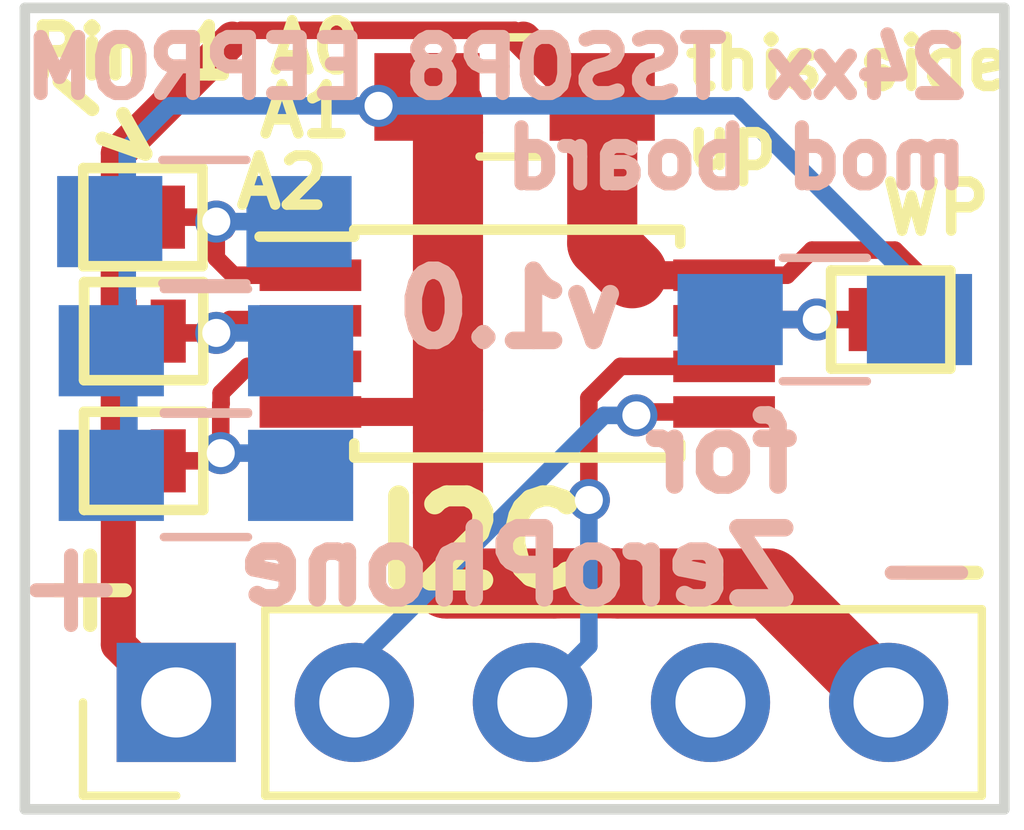
<source format=kicad_pcb>
(kicad_pcb (version 4) (host pcbnew 4.0.7)

  (general
    (links 22)
    (no_connects 0)
    (area 166.929999 110.414999 181.050001 121.995001)
    (thickness 1.6)
    (drawings 15)
    (tracks 103)
    (zones 0)
    (modules 11)
    (nets 9)
  )

  (page A4)
  (layers
    (0 F.Cu signal)
    (31 B.Cu signal)
    (32 B.Adhes user)
    (33 F.Adhes user)
    (34 B.Paste user)
    (35 F.Paste user)
    (36 B.SilkS user)
    (37 F.SilkS user)
    (38 B.Mask user)
    (39 F.Mask user)
    (40 Dwgs.User user)
    (41 Cmts.User user)
    (42 Eco1.User user)
    (43 Eco2.User user)
    (44 Edge.Cuts user)
    (45 Margin user)
    (46 B.CrtYd user)
    (47 F.CrtYd user)
    (48 B.Fab user hide)
    (49 F.Fab user hide)
  )

  (setup
    (last_trace_width 0.25)
    (user_trace_width 0.25)
    (user_trace_width 0.4)
    (user_trace_width 0.5)
    (user_trace_width 0.6)
    (user_trace_width 0.8)
    (user_trace_width 1)
    (trace_clearance 0.2)
    (zone_clearance 0.25)
    (zone_45_only no)
    (trace_min 0.2)
    (segment_width 0.2)
    (edge_width 0.15)
    (via_size 0.6)
    (via_drill 0.4)
    (via_min_size 0.4)
    (via_min_drill 0.3)
    (uvia_size 0.3)
    (uvia_drill 0.1)
    (uvias_allowed no)
    (uvia_min_size 0.2)
    (uvia_min_drill 0.1)
    (pcb_text_width 0.3)
    (pcb_text_size 1.5 1.5)
    (mod_edge_width 0.15)
    (mod_text_size 1 1)
    (mod_text_width 0.15)
    (pad_size 1.524 1.524)
    (pad_drill 0.762)
    (pad_to_mask_clearance 0.2)
    (aux_axis_origin 180.975 110.49)
    (visible_elements 7FFFFF7F)
    (pcbplotparams
      (layerselection 0x010f0_80000001)
      (usegerberextensions true)
      (excludeedgelayer true)
      (linewidth 0.100000)
      (plotframeref false)
      (viasonmask false)
      (mode 1)
      (useauxorigin true)
      (hpglpennumber 1)
      (hpglpenspeed 20)
      (hpglpendiameter 15)
      (hpglpenoverlay 2)
      (psnegative false)
      (psa4output false)
      (plotreference true)
      (plotvalue true)
      (plotinvisibletext false)
      (padsonsilk false)
      (subtractmaskfromsilk false)
      (outputformat 1)
      (mirror false)
      (drillshape 0)
      (scaleselection 1)
      (outputdirectory gerbers/))
  )

  (net 0 "")
  (net 1 VCC)
  (net 2 GND)
  (net 3 SCL)
  (net 4 SDA)
  (net 5 "Net-(J2-Pad1)")
  (net 6 "Net-(J3-Pad1)")
  (net 7 "Net-(J4-Pad1)")
  (net 8 "Net-(J5-Pad2)")

  (net_class Default "This is the default net class."
    (clearance 0.2)
    (trace_width 0.25)
    (via_dia 0.6)
    (via_drill 0.4)
    (uvia_dia 0.3)
    (uvia_drill 0.1)
    (add_net GND)
    (add_net "Net-(J2-Pad1)")
    (add_net "Net-(J3-Pad1)")
    (add_net "Net-(J4-Pad1)")
    (add_net "Net-(J5-Pad2)")
    (add_net SCL)
    (add_net SDA)
    (add_net VCC)
  )

  (module Pin_Headers:Pin_Header_Straight_1x05_Pitch2.54mm (layer F.Cu) (tedit 59A3FC28) (tstamp 5960AD8A)
    (at 169.164 120.396 90)
    (descr "Through hole straight pin header, 1x05, 2.54mm pitch, single row")
    (tags "Through hole pin header THT 1x05 2.54mm single row")
    (path /5960AD02)
    (fp_text reference J1 (at 0 -2.33 90) (layer F.SilkS) hide
      (effects (font (size 1 1) (thickness 0.15)))
    )
    (fp_text value EXPANSION_BOTTOM (at 0 12.49 90) (layer F.Fab) hide
      (effects (font (size 1 1) (thickness 0.15)))
    )
    (fp_line (start -1.27 -1.27) (end -1.27 11.43) (layer F.Fab) (width 0.1))
    (fp_line (start -1.27 11.43) (end 1.27 11.43) (layer F.Fab) (width 0.1))
    (fp_line (start 1.27 11.43) (end 1.27 -1.27) (layer F.Fab) (width 0.1))
    (fp_line (start 1.27 -1.27) (end -1.27 -1.27) (layer F.Fab) (width 0.1))
    (fp_line (start -1.33 1.27) (end -1.33 11.49) (layer F.SilkS) (width 0.12))
    (fp_line (start -1.33 11.49) (end 1.33 11.49) (layer F.SilkS) (width 0.12))
    (fp_line (start 1.33 11.49) (end 1.33 1.27) (layer F.SilkS) (width 0.12))
    (fp_line (start 1.33 1.27) (end -1.33 1.27) (layer F.SilkS) (width 0.12))
    (fp_line (start -1.33 0) (end -1.33 -1.33) (layer F.SilkS) (width 0.12))
    (fp_line (start -1.33 -1.33) (end 0 -1.33) (layer F.SilkS) (width 0.12))
    (fp_line (start -1.8 -1.8) (end -1.8 11.95) (layer F.CrtYd) (width 0.05))
    (fp_line (start -1.8 11.95) (end 1.8 11.95) (layer F.CrtYd) (width 0.05))
    (fp_line (start 1.8 11.95) (end 1.8 -1.8) (layer F.CrtYd) (width 0.05))
    (fp_line (start 1.8 -1.8) (end -1.8 -1.8) (layer F.CrtYd) (width 0.05))
    (fp_text user %R (at 0 -2.33 90) (layer F.Fab) hide
      (effects (font (size 1 1) (thickness 0.15)))
    )
    (pad 1 thru_hole rect (at 0 0 90) (size 1.7 1.7) (drill 1) (layers *.Cu *.Mask)
      (net 1 VCC))
    (pad 2 thru_hole oval (at 0 2.54 90) (size 1.7 1.7) (drill 1) (layers *.Cu *.Mask)
      (net 4 SDA))
    (pad 3 thru_hole oval (at 0 5.08 90) (size 1.7 1.7) (drill 1) (layers *.Cu *.Mask)
      (net 3 SCL))
    (pad 4 thru_hole oval (at 0 7.62 90) (size 1.7 1.7) (drill 1) (layers *.Cu *.Mask))
    (pad 5 thru_hole oval (at 0 10.16 90) (size 1.7 1.7) (drill 1) (layers *.Cu *.Mask)
      (net 2 GND))
  )

  (module footprints:GS2_SMALL (layer F.Cu) (tedit 59A3F801) (tstamp 59A3F75D)
    (at 168.3385 113.4745 270)
    (descr "3-pin solder bridge")
    (tags "solder bridge")
    (path /59A3F384)
    (attr smd)
    (fp_text reference J2 (at -1.8 -0.3 540) (layer F.SilkS) hide
      (effects (font (size 1 1) (thickness 0.15)))
    )
    (fp_text value A0 (at -2.4245 -2.8115 360) (layer F.SilkS)
      (effects (font (size 0.7 0.7) (thickness 0.15)))
    )
    (fp_line (start -1 -1.5) (end -1 0.8) (layer F.CrtYd) (width 0.15))
    (fp_line (start 1 0.8) (end 1 -1.5) (layer F.CrtYd) (width 0.15))
    (fp_line (start 1 0.8) (end -1 0.8) (layer F.CrtYd) (width 0.15))
    (fp_line (start 0.7 0.5) (end 0.7 -1.2) (layer F.SilkS) (width 0.15))
    (fp_line (start -0.7 0.5) (end 0.7 0.5) (layer F.SilkS) (width 0.15))
    (fp_line (start -0.7 -1.2) (end -0.7 0.5) (layer F.SilkS) (width 0.15))
    (fp_line (start -0.7 0.5) (end 0.7 0.5) (layer F.SilkS) (width 0.15))
    (fp_line (start -1 -1.5) (end 1 -1.5) (layer F.CrtYd) (width 0.15))
    (fp_line (start -0.7 -1.2) (end 0.7 -1.2) (layer F.SilkS) (width 0.15))
    (pad 1 smd rect (at 0 -0.7 270) (size 0.9 0.5) (layers F.Cu F.Paste F.Mask)
      (net 5 "Net-(J2-Pad1)"))
    (pad 2 smd rect (at 0 0 270) (size 0.9 0.5) (layers F.Cu F.Paste F.Mask)
      (net 1 VCC))
  )

  (module footprints:GS2_SMALL (layer F.Cu) (tedit 59A3F807) (tstamp 59A3F763)
    (at 168.35 115.1 270)
    (descr "3-pin solder bridge")
    (tags "solder bridge")
    (path /59A3F449)
    (attr smd)
    (fp_text reference J3 (at -1.8 -0.3 360) (layer F.SilkS) hide
      (effects (font (size 1 1) (thickness 0.15)))
    )
    (fp_text value A1 (at -3.1368 -2.6555 360) (layer F.SilkS)
      (effects (font (size 0.7 0.7) (thickness 0.15)))
    )
    (fp_line (start -1 -1.5) (end -1 0.8) (layer F.CrtYd) (width 0.15))
    (fp_line (start 1 0.8) (end 1 -1.5) (layer F.CrtYd) (width 0.15))
    (fp_line (start 1 0.8) (end -1 0.8) (layer F.CrtYd) (width 0.15))
    (fp_line (start 0.7 0.5) (end 0.7 -1.2) (layer F.SilkS) (width 0.15))
    (fp_line (start -0.7 0.5) (end 0.7 0.5) (layer F.SilkS) (width 0.15))
    (fp_line (start -0.7 -1.2) (end -0.7 0.5) (layer F.SilkS) (width 0.15))
    (fp_line (start -0.7 0.5) (end 0.7 0.5) (layer F.SilkS) (width 0.15))
    (fp_line (start -1 -1.5) (end 1 -1.5) (layer F.CrtYd) (width 0.15))
    (fp_line (start -0.7 -1.2) (end 0.7 -1.2) (layer F.SilkS) (width 0.15))
    (pad 1 smd rect (at 0 -0.7 270) (size 0.9 0.5) (layers F.Cu F.Paste F.Mask)
      (net 6 "Net-(J3-Pad1)"))
    (pad 2 smd rect (at 0 0 270) (size 0.9 0.5) (layers F.Cu F.Paste F.Mask)
      (net 1 VCC))
  )

  (module footprints:GS2_SMALL (layer F.Cu) (tedit 59A3F7F4) (tstamp 59A3F769)
    (at 168.35 116.95 270)
    (descr "3-pin solder bridge")
    (tags "solder bridge")
    (path /59A3F46E)
    (attr smd)
    (fp_text reference J4 (at -1.8 -0.3 360) (layer F.SilkS) hide
      (effects (font (size 1 1) (thickness 0.15)))
    )
    (fp_text value A2 (at -3.9708 -2.3253 360) (layer F.SilkS)
      (effects (font (size 0.7 0.7) (thickness 0.15)))
    )
    (fp_line (start -1 -1.5) (end -1 0.8) (layer F.CrtYd) (width 0.15))
    (fp_line (start 1 0.8) (end 1 -1.5) (layer F.CrtYd) (width 0.15))
    (fp_line (start 1 0.8) (end -1 0.8) (layer F.CrtYd) (width 0.15))
    (fp_line (start 0.7 0.5) (end 0.7 -1.2) (layer F.SilkS) (width 0.15))
    (fp_line (start -0.7 0.5) (end 0.7 0.5) (layer F.SilkS) (width 0.15))
    (fp_line (start -0.7 -1.2) (end -0.7 0.5) (layer F.SilkS) (width 0.15))
    (fp_line (start -0.7 0.5) (end 0.7 0.5) (layer F.SilkS) (width 0.15))
    (fp_line (start -1 -1.5) (end 1 -1.5) (layer F.CrtYd) (width 0.15))
    (fp_line (start -0.7 -1.2) (end 0.7 -1.2) (layer F.SilkS) (width 0.15))
    (pad 1 smd rect (at 0 -0.7 270) (size 0.9 0.5) (layers F.Cu F.Paste F.Mask)
      (net 7 "Net-(J4-Pad1)"))
    (pad 2 smd rect (at 0 0 270) (size 0.9 0.5) (layers F.Cu F.Paste F.Mask)
      (net 1 VCC))
  )

  (module footprints:GS2_SMALL (layer F.Cu) (tedit 59A3F8EE) (tstamp 59A3F76F)
    (at 179.005 114.935 270)
    (descr "3-pin solder bridge")
    (tags "solder bridge")
    (path /59A3F89C)
    (attr smd)
    (fp_text reference J5 (at -1.8 -0.3 540) (layer F.SilkS) hide
      (effects (font (size 1 1) (thickness 0.15)))
    )
    (fp_text value WP (at -1.585 -0.995 540) (layer F.SilkS)
      (effects (font (size 0.7 0.7) (thickness 0.15)))
    )
    (fp_line (start -1 -1.5) (end -1 0.8) (layer F.CrtYd) (width 0.15))
    (fp_line (start 1 0.8) (end 1 -1.5) (layer F.CrtYd) (width 0.15))
    (fp_line (start 1 0.8) (end -1 0.8) (layer F.CrtYd) (width 0.15))
    (fp_line (start 0.7 0.5) (end 0.7 -1.2) (layer F.SilkS) (width 0.15))
    (fp_line (start -0.7 0.5) (end 0.7 0.5) (layer F.SilkS) (width 0.15))
    (fp_line (start -0.7 -1.2) (end -0.7 0.5) (layer F.SilkS) (width 0.15))
    (fp_line (start -0.7 0.5) (end 0.7 0.5) (layer F.SilkS) (width 0.15))
    (fp_line (start -1 -1.5) (end 1 -1.5) (layer F.CrtYd) (width 0.15))
    (fp_line (start -0.7 -1.2) (end 0.7 -1.2) (layer F.SilkS) (width 0.15))
    (pad 1 smd rect (at 0 -0.7 270) (size 0.9 0.5) (layers F.Cu F.Paste F.Mask)
      (net 1 VCC))
    (pad 2 smd rect (at 0 0 270) (size 0.9 0.5) (layers F.Cu F.Paste F.Mask)
      (net 8 "Net-(J5-Pad2)"))
  )

  (module Capacitors_SMD:C_0805_HandSoldering (layer F.Cu) (tedit 5C436F1A) (tstamp 5C436EE2)
    (at 173.99 111.76 180)
    (descr "Capacitor SMD 0805, hand soldering")
    (tags "capacitor 0805")
    (path /5960AC6C)
    (attr smd)
    (fp_text reference C1 (at 0 -1.75 180) (layer F.SilkS) hide
      (effects (font (size 1 1) (thickness 0.15)))
    )
    (fp_text value C (at 0 1.75 180) (layer F.Fab)
      (effects (font (size 1 1) (thickness 0.15)))
    )
    (fp_text user %R (at 0 -1.75 180) (layer F.Fab)
      (effects (font (size 1 1) (thickness 0.15)))
    )
    (fp_line (start -1 0.62) (end -1 -0.62) (layer F.Fab) (width 0.1))
    (fp_line (start 1 0.62) (end -1 0.62) (layer F.Fab) (width 0.1))
    (fp_line (start 1 -0.62) (end 1 0.62) (layer F.Fab) (width 0.1))
    (fp_line (start -1 -0.62) (end 1 -0.62) (layer F.Fab) (width 0.1))
    (fp_line (start 0.5 -0.85) (end -0.5 -0.85) (layer F.SilkS) (width 0.12))
    (fp_line (start -0.5 0.85) (end 0.5 0.85) (layer F.SilkS) (width 0.12))
    (fp_line (start -2.25 -0.88) (end 2.25 -0.88) (layer F.CrtYd) (width 0.05))
    (fp_line (start -2.25 -0.88) (end -2.25 0.87) (layer F.CrtYd) (width 0.05))
    (fp_line (start 2.25 0.87) (end 2.25 -0.88) (layer F.CrtYd) (width 0.05))
    (fp_line (start 2.25 0.87) (end -2.25 0.87) (layer F.CrtYd) (width 0.05))
    (pad 1 smd rect (at -1.25 0 180) (size 1.5 1.25) (layers F.Cu F.Paste F.Mask)
      (net 1 VCC))
    (pad 2 smd rect (at 1.25 0 180) (size 1.5 1.25) (layers F.Cu F.Paste F.Mask)
      (net 2 GND))
    (model Capacitors_SMD.3dshapes/C_0805.wrl
      (at (xyz 0 0 0))
      (scale (xyz 1 1 1))
      (rotate (xyz 0 0 0))
    )
  )

  (module Resistors_SMD:R_0805_HandSoldering (layer B.Cu) (tedit 5C436F2D) (tstamp 5C436EE7)
    (at 169.588 117.1575 180)
    (descr "Resistor SMD 0805, hand soldering")
    (tags "resistor 0805")
    (path /59A3F508)
    (attr smd)
    (fp_text reference R1 (at 0 1.7 180) (layer B.SilkS) hide
      (effects (font (size 1 1) (thickness 0.15)) (justify mirror))
    )
    (fp_text value 10K (at 0 -1.75 180) (layer B.Fab)
      (effects (font (size 1 1) (thickness 0.15)) (justify mirror))
    )
    (fp_text user %R (at 0 0 180) (layer B.Fab)
      (effects (font (size 0.5 0.5) (thickness 0.075)) (justify mirror))
    )
    (fp_line (start -1 -0.62) (end -1 0.62) (layer B.Fab) (width 0.1))
    (fp_line (start 1 -0.62) (end -1 -0.62) (layer B.Fab) (width 0.1))
    (fp_line (start 1 0.62) (end 1 -0.62) (layer B.Fab) (width 0.1))
    (fp_line (start -1 0.62) (end 1 0.62) (layer B.Fab) (width 0.1))
    (fp_line (start 0.6 -0.88) (end -0.6 -0.88) (layer B.SilkS) (width 0.12))
    (fp_line (start -0.6 0.88) (end 0.6 0.88) (layer B.SilkS) (width 0.12))
    (fp_line (start -2.35 0.9) (end 2.35 0.9) (layer B.CrtYd) (width 0.05))
    (fp_line (start -2.35 0.9) (end -2.35 -0.9) (layer B.CrtYd) (width 0.05))
    (fp_line (start 2.35 -0.9) (end 2.35 0.9) (layer B.CrtYd) (width 0.05))
    (fp_line (start 2.35 -0.9) (end -2.35 -0.9) (layer B.CrtYd) (width 0.05))
    (pad 1 smd rect (at -1.35 0 180) (size 1.5 1.3) (layers B.Cu B.Paste B.Mask)
      (net 7 "Net-(J4-Pad1)"))
    (pad 2 smd rect (at 1.35 0 180) (size 1.5 1.3) (layers B.Cu B.Paste B.Mask)
      (net 2 GND))
    (model ${KISYS3DMOD}/Resistors_SMD.3dshapes/R_0805.wrl
      (at (xyz 0 0 0))
      (scale (xyz 1 1 1))
      (rotate (xyz 0 0 0))
    )
  )

  (module Resistors_SMD:R_0805_HandSoldering (layer B.Cu) (tedit 5C436F29) (tstamp 5C436EEC)
    (at 169.588 115.3795 180)
    (descr "Resistor SMD 0805, hand soldering")
    (tags "resistor 0805")
    (path /59A3F5E4)
    (attr smd)
    (fp_text reference R2 (at 0 1.7 180) (layer B.SilkS) hide
      (effects (font (size 1 1) (thickness 0.15)) (justify mirror))
    )
    (fp_text value 10K (at 0 -1.75 180) (layer B.Fab)
      (effects (font (size 1 1) (thickness 0.15)) (justify mirror))
    )
    (fp_text user %R (at 0 0 180) (layer B.Fab)
      (effects (font (size 0.5 0.5) (thickness 0.075)) (justify mirror))
    )
    (fp_line (start -1 -0.62) (end -1 0.62) (layer B.Fab) (width 0.1))
    (fp_line (start 1 -0.62) (end -1 -0.62) (layer B.Fab) (width 0.1))
    (fp_line (start 1 0.62) (end 1 -0.62) (layer B.Fab) (width 0.1))
    (fp_line (start -1 0.62) (end 1 0.62) (layer B.Fab) (width 0.1))
    (fp_line (start 0.6 -0.88) (end -0.6 -0.88) (layer B.SilkS) (width 0.12))
    (fp_line (start -0.6 0.88) (end 0.6 0.88) (layer B.SilkS) (width 0.12))
    (fp_line (start -2.35 0.9) (end 2.35 0.9) (layer B.CrtYd) (width 0.05))
    (fp_line (start -2.35 0.9) (end -2.35 -0.9) (layer B.CrtYd) (width 0.05))
    (fp_line (start 2.35 -0.9) (end 2.35 0.9) (layer B.CrtYd) (width 0.05))
    (fp_line (start 2.35 -0.9) (end -2.35 -0.9) (layer B.CrtYd) (width 0.05))
    (pad 1 smd rect (at -1.35 0 180) (size 1.5 1.3) (layers B.Cu B.Paste B.Mask)
      (net 6 "Net-(J3-Pad1)"))
    (pad 2 smd rect (at 1.35 0 180) (size 1.5 1.3) (layers B.Cu B.Paste B.Mask)
      (net 2 GND))
    (model ${KISYS3DMOD}/Resistors_SMD.3dshapes/R_0805.wrl
      (at (xyz 0 0 0))
      (scale (xyz 1 1 1))
      (rotate (xyz 0 0 0))
    )
  )

  (module Resistors_SMD:R_0805_HandSoldering (layer B.Cu) (tedit 5C436F1F) (tstamp 5C436EF1)
    (at 169.5655 113.538 180)
    (descr "Resistor SMD 0805, hand soldering")
    (tags "resistor 0805")
    (path /59A3F5B0)
    (attr smd)
    (fp_text reference R3 (at 0 1.7 180) (layer B.SilkS) hide
      (effects (font (size 1 1) (thickness 0.15)) (justify mirror))
    )
    (fp_text value 10K (at 0 -1.75 180) (layer B.Fab)
      (effects (font (size 1 1) (thickness 0.15)) (justify mirror))
    )
    (fp_text user %R (at 0 0 180) (layer B.Fab)
      (effects (font (size 0.5 0.5) (thickness 0.075)) (justify mirror))
    )
    (fp_line (start -1 -0.62) (end -1 0.62) (layer B.Fab) (width 0.1))
    (fp_line (start 1 -0.62) (end -1 -0.62) (layer B.Fab) (width 0.1))
    (fp_line (start 1 0.62) (end 1 -0.62) (layer B.Fab) (width 0.1))
    (fp_line (start -1 0.62) (end 1 0.62) (layer B.Fab) (width 0.1))
    (fp_line (start 0.6 -0.88) (end -0.6 -0.88) (layer B.SilkS) (width 0.12))
    (fp_line (start -0.6 0.88) (end 0.6 0.88) (layer B.SilkS) (width 0.12))
    (fp_line (start -2.35 0.9) (end 2.35 0.9) (layer B.CrtYd) (width 0.05))
    (fp_line (start -2.35 0.9) (end -2.35 -0.9) (layer B.CrtYd) (width 0.05))
    (fp_line (start 2.35 -0.9) (end 2.35 0.9) (layer B.CrtYd) (width 0.05))
    (fp_line (start 2.35 -0.9) (end -2.35 -0.9) (layer B.CrtYd) (width 0.05))
    (pad 1 smd rect (at -1.35 0 180) (size 1.5 1.3) (layers B.Cu B.Paste B.Mask)
      (net 5 "Net-(J2-Pad1)"))
    (pad 2 smd rect (at 1.35 0 180) (size 1.5 1.3) (layers B.Cu B.Paste B.Mask)
      (net 2 GND))
    (model ${KISYS3DMOD}/Resistors_SMD.3dshapes/R_0805.wrl
      (at (xyz 0 0 0))
      (scale (xyz 1 1 1))
      (rotate (xyz 0 0 0))
    )
  )

  (module Resistors_SMD:R_0805_HandSoldering (layer B.Cu) (tedit 5C436F23) (tstamp 5C436EF6)
    (at 178.4145 114.935)
    (descr "Resistor SMD 0805, hand soldering")
    (tags "resistor 0805")
    (path /59A3FB80)
    (attr smd)
    (fp_text reference R4 (at 0 1.7) (layer B.SilkS) hide
      (effects (font (size 1 1) (thickness 0.15)) (justify mirror))
    )
    (fp_text value 10K (at 0 -1.75) (layer B.Fab) hide
      (effects (font (size 1 1) (thickness 0.15)) (justify mirror))
    )
    (fp_text user %R (at 0 0) (layer B.Fab)
      (effects (font (size 0.5 0.5) (thickness 0.075)) (justify mirror))
    )
    (fp_line (start -1 -0.62) (end -1 0.62) (layer B.Fab) (width 0.1))
    (fp_line (start 1 -0.62) (end -1 -0.62) (layer B.Fab) (width 0.1))
    (fp_line (start 1 0.62) (end 1 -0.62) (layer B.Fab) (width 0.1))
    (fp_line (start -1 0.62) (end 1 0.62) (layer B.Fab) (width 0.1))
    (fp_line (start 0.6 -0.88) (end -0.6 -0.88) (layer B.SilkS) (width 0.12))
    (fp_line (start -0.6 0.88) (end 0.6 0.88) (layer B.SilkS) (width 0.12))
    (fp_line (start -2.35 0.9) (end 2.35 0.9) (layer B.CrtYd) (width 0.05))
    (fp_line (start -2.35 0.9) (end -2.35 -0.9) (layer B.CrtYd) (width 0.05))
    (fp_line (start 2.35 -0.9) (end 2.35 0.9) (layer B.CrtYd) (width 0.05))
    (fp_line (start 2.35 -0.9) (end -2.35 -0.9) (layer B.CrtYd) (width 0.05))
    (pad 1 smd rect (at -1.35 0) (size 1.5 1.3) (layers B.Cu B.Paste B.Mask)
      (net 8 "Net-(J5-Pad2)"))
    (pad 2 smd rect (at 1.35 0) (size 1.5 1.3) (layers B.Cu B.Paste B.Mask)
      (net 2 GND))
    (model ${KISYS3DMOD}/Resistors_SMD.3dshapes/R_0805.wrl
      (at (xyz 0 0 0))
      (scale (xyz 1 1 1))
      (rotate (xyz 0 0 0))
    )
  )

  (module Housings_SSOP:TSSOP-8_4.4x3mm_Pitch0.65mm (layer F.Cu) (tedit 5C4373F0) (tstamp 5C4372AE)
    (at 174.0281 115.2779)
    (descr "8-Lead Plastic Thin Shrink Small Outline (ST)-4.4 mm Body [TSSOP] (see Microchip Packaging Specification 00000049BS.pdf)")
    (tags "SSOP 0.65")
    (path /59A3F2DA)
    (attr smd)
    (fp_text reference U1 (at 0 -2.55 90) (layer F.SilkS) hide
      (effects (font (size 1 1) (thickness 0.15)))
    )
    (fp_text value 24LC00 (at 0 2.55) (layer F.Fab)
      (effects (font (size 1 1) (thickness 0.15)))
    )
    (fp_line (start -1.2 -1.5) (end 2.2 -1.5) (layer F.Fab) (width 0.15))
    (fp_line (start 2.2 -1.5) (end 2.2 1.5) (layer F.Fab) (width 0.15))
    (fp_line (start 2.2 1.5) (end -2.2 1.5) (layer F.Fab) (width 0.15))
    (fp_line (start -2.2 1.5) (end -2.2 -0.5) (layer F.Fab) (width 0.15))
    (fp_line (start -2.2 -0.5) (end -1.2 -1.5) (layer F.Fab) (width 0.15))
    (fp_line (start -3.95 -1.8) (end -3.95 1.8) (layer F.CrtYd) (width 0.05))
    (fp_line (start 3.95 -1.8) (end 3.95 1.8) (layer F.CrtYd) (width 0.05))
    (fp_line (start -3.95 -1.8) (end 3.95 -1.8) (layer F.CrtYd) (width 0.05))
    (fp_line (start -3.95 1.8) (end 3.95 1.8) (layer F.CrtYd) (width 0.05))
    (fp_line (start -2.325 -1.625) (end -2.325 -1.525) (layer F.SilkS) (width 0.15))
    (fp_line (start 2.325 -1.625) (end 2.325 -1.425) (layer F.SilkS) (width 0.15))
    (fp_line (start 2.325 1.625) (end 2.325 1.425) (layer F.SilkS) (width 0.15))
    (fp_line (start -2.325 1.625) (end -2.325 1.425) (layer F.SilkS) (width 0.15))
    (fp_line (start -2.325 -1.625) (end 2.325 -1.625) (layer F.SilkS) (width 0.15))
    (fp_line (start -2.325 1.625) (end 2.325 1.625) (layer F.SilkS) (width 0.15))
    (fp_line (start -2.325 -1.525) (end -3.675 -1.525) (layer F.SilkS) (width 0.15))
    (fp_text user %R (at 0 0) (layer F.Fab)
      (effects (font (size 0.7 0.7) (thickness 0.15)))
    )
    (pad 1 smd rect (at -2.95 -0.975) (size 1.45 0.45) (layers F.Cu F.Paste F.Mask)
      (net 5 "Net-(J2-Pad1)"))
    (pad 2 smd rect (at -2.95 -0.325) (size 1.45 0.45) (layers F.Cu F.Paste F.Mask)
      (net 6 "Net-(J3-Pad1)"))
    (pad 3 smd rect (at -2.95 0.325) (size 1.45 0.45) (layers F.Cu F.Paste F.Mask)
      (net 7 "Net-(J4-Pad1)"))
    (pad 4 smd rect (at -2.95 0.975) (size 1.45 0.45) (layers F.Cu F.Paste F.Mask)
      (net 2 GND))
    (pad 5 smd rect (at 2.95 0.975) (size 1.45 0.45) (layers F.Cu F.Paste F.Mask)
      (net 4 SDA))
    (pad 6 smd rect (at 2.95 0.325) (size 1.45 0.45) (layers F.Cu F.Paste F.Mask)
      (net 3 SCL))
    (pad 7 smd rect (at 2.95 -0.325) (size 1.45 0.45) (layers F.Cu F.Paste F.Mask)
      (net 8 "Net-(J5-Pad2)"))
    (pad 8 smd rect (at 2.95 -0.975) (size 1.45 0.45) (layers F.Cu F.Paste F.Mask)
      (net 1 VCC))
    (model ${KISYS3DMOD}/Housings_SSOP.3dshapes/TSSOP-8_4.4x3mm_Pitch0.65mm.wrl
      (at (xyz 0 0 0))
      (scale (xyz 1 1 1))
      (rotate (xyz 0 0 0))
    )
  )

  (gr_text + (at 168.6 118.7) (layer B.SilkS) (tstamp 5C436FDE)
    (effects (font (size 1.3 1.3) (thickness 0.2)) (justify left mirror))
  )
  (gr_text - (at 180.8 118.45) (layer B.SilkS) (tstamp 5C436FD0)
    (effects (font (size 1.3 1.3) (thickness 0.2)) (justify left mirror))
  )
  (gr_text - (at 179.15 118.45) (layer F.SilkS) (tstamp 5C436FC2)
    (effects (font (size 1.3 1.3) (thickness 0.2)) (justify left))
  )
  (gr_text + (at 167 118.7) (layer F.SilkS) (tstamp 5C436FA9)
    (effects (font (size 1.3 1.3) (thickness 0.2)) (justify left))
  )
  (gr_text "this side\nup" (at 176.35 111.85) (layer F.SilkS)
    (effects (font (size 0.7 0.7) (thickness 0.15)) (justify left))
  )
  (gr_text I2C (at 173.5074 118.11) (layer F.SilkS)
    (effects (font (size 1.2 1.2) (thickness 0.3)))
  )
  (gr_text -> (at 168.148 112.014 320) (layer F.SilkS)
    (effects (font (size 0.8 0.8) (thickness 0.2)))
  )
  (gr_text "Pin 1" (at 168.529 111.125) (layer F.SilkS)
    (effects (font (size 0.7 0.7) (thickness 0.175)))
  )
  (gr_text v1.0 (at 173.9265 114.7826) (layer B.SilkS)
    (effects (font (size 1 1) (thickness 0.25)) (justify mirror))
  )
  (gr_text "for\nZeroPhone" (at 178.15 117.65) (layer B.SilkS)
    (effects (font (size 1 1) (thickness 0.25)) (justify left mirror))
  )
  (gr_text "24xx TSSOP8 EEPROM\nmod board" (at 180.5432 111.9886) (layer B.SilkS)
    (effects (font (size 0.8 0.8) (thickness 0.2)) (justify left mirror))
  )
  (gr_line (start 180.975 121.92) (end 167.005 121.92) (layer Edge.Cuts) (width 0.15))
  (gr_line (start 180.975 110.49) (end 180.975 121.92) (layer Edge.Cuts) (width 0.15))
  (gr_line (start 167.005 110.49) (end 180.975 110.49) (layer Edge.Cuts) (width 0.15))
  (gr_line (start 167.005 121.92) (end 167.005 110.49) (layer Edge.Cuts) (width 0.15))

  (segment (start 179.4129 113.9444) (end 179.705 114.2365) (width 0.25) (layer F.Cu) (net 1))
  (segment (start 179.705 114.2365) (end 179.705 114.935) (width 0.25) (layer F.Cu) (net 1))
  (segment (start 178.2318 113.9444) (end 179.4129 113.9444) (width 0.25) (layer F.Cu) (net 1))
  (segment (start 177.8733 114.3029) (end 178.2318 113.9444) (width 0.25) (layer F.Cu) (net 1))
  (segment (start 176.9781 114.3029) (end 177.8733 114.3029) (width 0.25) (layer F.Cu) (net 1))
  (segment (start 176.9781 114.3029) (end 177.5431 114.3029) (width 0.25) (layer F.Cu) (net 1))
  (segment (start 175.6664 114.2746) (end 175.6947 114.3029) (width 0.4) (layer F.Cu) (net 1))
  (segment (start 175.6947 114.3029) (end 176.9781 114.3029) (width 0.4) (layer F.Cu) (net 1))
  (segment (start 175.24 113.8482) (end 175.6664 114.2746) (width 1) (layer F.Cu) (net 1))
  (segment (start 175.24 111.76) (end 175.24 113.8482) (width 1) (layer F.Cu) (net 1))
  (segment (start 168.35 116.95) (end 168.35 117.4635) (width 0.25) (layer F.Cu) (net 1))
  (segment (start 168.35 117.4635) (end 168.3385 117.475) (width 0.25) (layer F.Cu) (net 1))
  (segment (start 169.965001 110.934999) (end 170.090001 110.809999) (width 0.25) (layer F.Cu) (net 1))
  (segment (start 170.090001 110.809999) (end 173.989999 110.809999) (width 0.25) (layer F.Cu) (net 1))
  (segment (start 173.989999 110.809999) (end 174.114999 110.934999) (width 0.25) (layer F.Cu) (net 1))
  (segment (start 168.3385 115.443) (end 168.3385 117.475) (width 0.5) (layer F.Cu) (net 1))
  (segment (start 168.3385 113.4745) (end 168.3385 115.443) (width 0.5) (layer F.Cu) (net 1))
  (segment (start 168.3385 113.4745) (end 168.3385 112.5615) (width 0.5) (layer F.Cu) (net 1))
  (segment (start 168.3385 112.5615) (end 169.965001 110.934999) (width 0.5) (layer F.Cu) (net 1))
  (segment (start 174.114999 110.934999) (end 174.94 111.76) (width 0.5) (layer F.Cu) (net 1))
  (segment (start 168.404482 115.508982) (end 168.3385 115.443) (width 0.25) (layer F.Cu) (net 1))
  (segment (start 168.3385 117.475) (end 168.3385 119.5705) (width 0.5) (layer F.Cu) (net 1))
  (segment (start 168.3385 119.5705) (end 169.164 120.396) (width 0.5) (layer F.Cu) (net 1))
  (segment (start 168.3385 113.4745) (end 168.3385 117.475) (width 0.5) (layer F.Cu) (net 1))
  (segment (start 174.91 111.76) (end 174.91 111.754998) (width 0.6) (layer F.Cu) (net 1))
  (segment (start 174.94 111.76) (end 174.91 111.76) (width 0.6) (layer F.Cu) (net 1))
  (segment (start 174.715 111.506) (end 174.94 111.506) (width 0.25) (layer F.Cu) (net 1))
  (segment (start 168.488 116.2304) (end 168.488 117.1575) (width 0.25) (layer B.Cu) (net 2))
  (segment (start 168.488 115.3795) (end 168.488 116.2304) (width 0.25) (layer B.Cu) (net 2))
  (segment (start 168.488 116.2304) (end 168.488 116.9075) (width 0.25) (layer B.Cu) (net 2))
  (segment (start 168.488 116.9075) (end 168.238 117.1575) (width 0.25) (layer B.Cu) (net 2))
  (segment (start 168.4655 114.6302) (end 168.4655 115.357) (width 0.25) (layer B.Cu) (net 2))
  (segment (start 168.4655 112.494409) (end 168.4655 114.6302) (width 0.25) (layer B.Cu) (net 2))
  (segment (start 168.4655 114.6302) (end 168.4655 115.152) (width 0.25) (layer B.Cu) (net 2))
  (segment (start 168.4655 115.152) (end 168.238 115.3795) (width 0.25) (layer B.Cu) (net 2))
  (segment (start 168.4655 112.494409) (end 168.4655 113.288) (width 0.25) (layer B.Cu) (net 2))
  (segment (start 168.4655 113.288) (end 168.2155 113.538) (width 0.25) (layer B.Cu) (net 2))
  (segment (start 173.05 111.887) (end 169.072909 111.887) (width 0.25) (layer B.Cu) (net 2))
  (segment (start 169.072909 111.887) (end 168.4655 112.494409) (width 0.25) (layer B.Cu) (net 2))
  (segment (start 168.4655 115.357) (end 168.488 115.3795) (width 0.25) (layer B.Cu) (net 2))
  (segment (start 171.0781 116.2529) (end 173.017963 116.2529) (width 0.4) (layer F.Cu) (net 2))
  (segment (start 173.017963 116.2529) (end 173.04 116.230863) (width 0.4) (layer F.Cu) (net 2))
  (segment (start 172.05 111.887) (end 172.613 111.887) (width 0.25) (layer F.Cu) (net 2))
  (segment (start 172.613 111.887) (end 172.74 111.76) (width 0.25) (layer F.Cu) (net 2))
  (segment (start 173.04 116.230863) (end 173.04 117.4) (width 1) (layer F.Cu) (net 2))
  (segment (start 177.628 118.7) (end 179.324 120.396) (width 1) (layer F.Cu) (net 2))
  (segment (start 177.1665 111.887) (end 173.05 111.887) (width 0.25) (layer B.Cu) (net 2))
  (segment (start 173.05 111.887) (end 172.05 111.887) (width 0.25) (layer B.Cu) (net 2))
  (via (at 172.05 111.887) (size 0.6) (drill 0.4) (layers F.Cu B.Cu) (net 2))
  (segment (start 173.04 112.268) (end 173.04 111.885009) (width 1) (layer F.Cu) (net 2))
  (segment (start 173.04 116.230863) (end 173.04 112.268) (width 1) (layer F.Cu) (net 2))
  (segment (start 179.5145 114.935) (end 179.5145 114.235) (width 0.25) (layer B.Cu) (net 2))
  (segment (start 179.5145 114.235) (end 177.1665 111.887) (width 0.25) (layer B.Cu) (net 2))
  (segment (start 173.04 117.4) (end 173.04 118.680863) (width 1) (layer F.Cu) (net 2))
  (segment (start 173.04 118.680863) (end 173.020863 118.7) (width 1) (layer F.Cu) (net 2))
  (segment (start 173.020863 118.7) (end 174.561695 118.7) (width 1) (layer F.Cu) (net 2))
  (segment (start 174.561695 118.7) (end 174.564575 118.69712) (width 1) (layer F.Cu) (net 2))
  (segment (start 174.564575 118.69712) (end 175.45134 118.69712) (width 1) (layer F.Cu) (net 2))
  (segment (start 175.45134 118.69712) (end 175.45422 118.7) (width 1) (layer F.Cu) (net 2))
  (segment (start 175.45422 118.7) (end 177.628 118.7) (width 1) (layer F.Cu) (net 2))
  (segment (start 176.9781 115.6029) (end 175.500718 115.6029) (width 0.25) (layer F.Cu) (net 3))
  (segment (start 175.500718 115.6029) (end 175.049308 116.05431) (width 0.25) (layer F.Cu) (net 3))
  (segment (start 175.049308 116.05431) (end 175.049308 117.508893) (width 0.25) (layer F.Cu) (net 3))
  (segment (start 175.049308 117.353771) (end 175.049308 117.508893) (width 0.25) (layer F.Cu) (net 3))
  (segment (start 175.049308 119.590692) (end 175.049308 117.508893) (width 0.25) (layer B.Cu) (net 3))
  (via (at 175.049308 117.508893) (size 0.6) (drill 0.4) (layers F.Cu B.Cu) (net 3))
  (segment (start 174.244 120.396) (end 175.049308 119.590692) (width 0.25) (layer B.Cu) (net 3))
  (segment (start 176.9781 116.2529) (end 175.77572 116.2529) (width 0.25) (layer F.Cu) (net 4))
  (segment (start 175.77572 116.2529) (end 175.726816 116.301804) (width 0.25) (layer F.Cu) (net 4))
  (segment (start 175.26472 116.301804) (end 175.726816 116.301804) (width 0.25) (layer B.Cu) (net 4))
  (segment (start 171.704 119.862524) (end 175.26472 116.301804) (width 0.25) (layer B.Cu) (net 4))
  (segment (start 171.704 120.396) (end 171.704 119.862524) (width 0.25) (layer B.Cu) (net 4))
  (via (at 175.726816 116.301804) (size 0.6) (drill 0.4) (layers F.Cu B.Cu) (net 4))
  (segment (start 169.7355 114.0587) (end 169.9797 114.3029) (width 0.25) (layer F.Cu) (net 5))
  (segment (start 169.9797 114.3029) (end 171.0781 114.3029) (width 0.25) (layer F.Cu) (net 5))
  (segment (start 169.7355 113.538) (end 169.7355 114.0587) (width 0.25) (layer F.Cu) (net 5))
  (segment (start 169.0385 113.4745) (end 169.672 113.4745) (width 0.25) (layer F.Cu) (net 5))
  (segment (start 169.8625 113.665) (end 169.7355 113.538) (width 0.25) (layer F.Cu) (net 5))
  (segment (start 169.7355 113.538) (end 170.6655 113.538) (width 0.25) (layer B.Cu) (net 5))
  (segment (start 169.672 113.4745) (end 169.7355 113.538) (width 0.25) (layer F.Cu) (net 5))
  (via (at 169.7355 113.538) (size 0.6) (drill 0.4) (layers F.Cu B.Cu) (net 5))
  (segment (start 169.7355 115.1255) (end 169.0755 115.1255) (width 0.25) (layer F.Cu) (net 6))
  (segment (start 169.0755 115.1255) (end 169.05 115.1) (width 0.25) (layer F.Cu) (net 6))
  (segment (start 169.7355 115.1255) (end 170.434 115.1255) (width 0.25) (layer B.Cu) (net 6))
  (segment (start 170.434 115.1255) (end 170.688 115.3795) (width 0.25) (layer B.Cu) (net 6))
  (segment (start 170.815 114.935) (end 169.926 114.935) (width 0.25) (layer F.Cu) (net 6))
  (segment (start 169.926 114.935) (end 169.7355 115.1255) (width 0.25) (layer F.Cu) (net 6))
  (via (at 169.7355 115.1255) (size 0.6) (drill 0.4) (layers F.Cu B.Cu) (net 6))
  (segment (start 169.799 116.84) (end 169.799 116.141005) (width 0.25) (layer F.Cu) (net 7))
  (segment (start 169.799 116.141005) (end 169.804076 116.135929) (width 0.25) (layer F.Cu) (net 7))
  (segment (start 169.804076 116.135929) (end 169.804076 115.981926) (width 0.25) (layer F.Cu) (net 7))
  (segment (start 169.804076 115.981926) (end 170.183102 115.6029) (width 0.25) (layer F.Cu) (net 7))
  (segment (start 170.183102 115.6029) (end 171.0781 115.6029) (width 0.25) (layer F.Cu) (net 7))
  (segment (start 169.05 116.95) (end 169.689 116.95) (width 0.25) (layer F.Cu) (net 7))
  (segment (start 169.689 116.95) (end 169.799 116.84) (width 0.25) (layer F.Cu) (net 7))
  (segment (start 169.799 116.84) (end 169.6735 116.84) (width 0.25) (layer F.Cu) (net 7))
  (segment (start 169.799 116.84) (end 170.3705 116.84) (width 0.25) (layer B.Cu) (net 7))
  (segment (start 170.3705 116.84) (end 170.688 117.1575) (width 0.25) (layer B.Cu) (net 7))
  (via (at 169.799 116.84) (size 0.6) (drill 0.4) (layers F.Cu B.Cu) (net 7))
  (segment (start 178.3 114.935) (end 177.3145 114.935) (width 0.25) (layer B.Cu) (net 8))
  (segment (start 177.165 114.935) (end 178.3 114.935) (width 0.25) (layer F.Cu) (net 8))
  (segment (start 179.005 114.935) (end 178.3 114.935) (width 0.25) (layer F.Cu) (net 8))
  (via (at 178.3 114.935) (size 0.6) (drill 0.4) (layers F.Cu B.Cu) (net 8))

)

</source>
